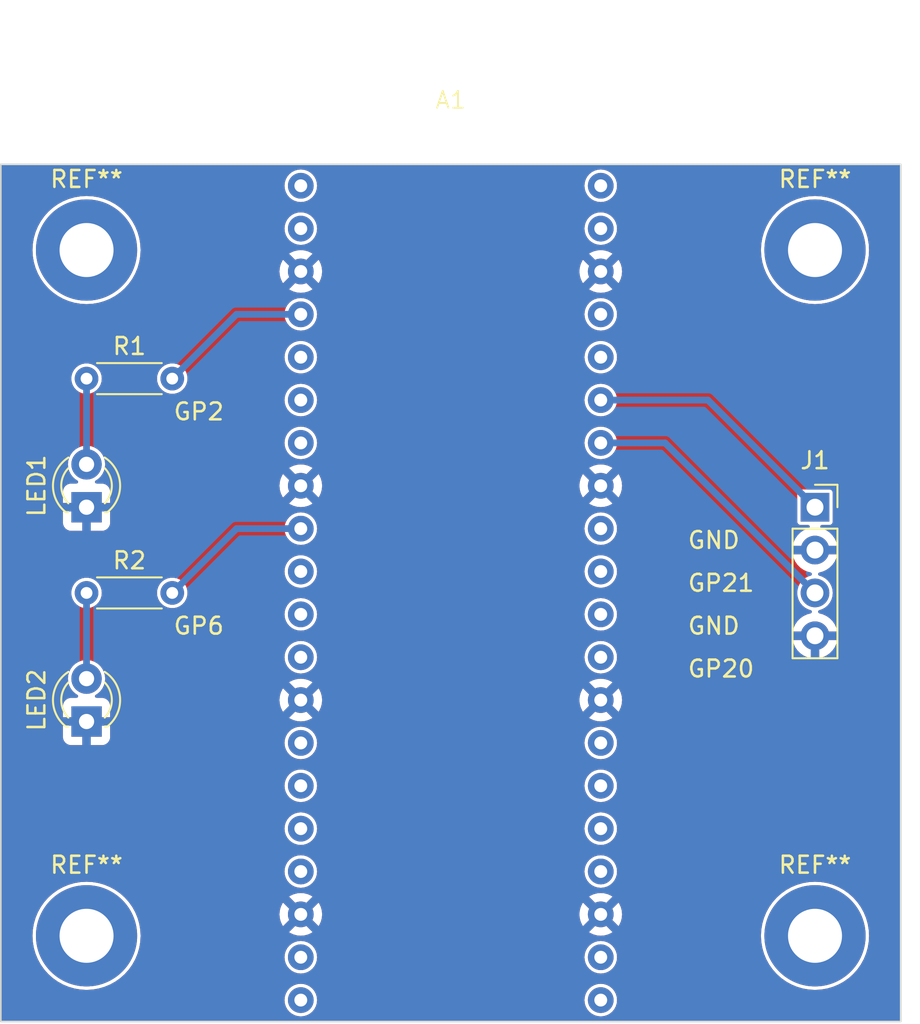
<source format=kicad_pcb>
(kicad_pcb (version 20221018) (generator pcbnew)
  (layers (0 "F.Cu" signal) (31 "B.Cu" signal) (34 "B.Paste" user) (35 "F.Paste" user) (36 "B.SilkS" user "B.Silkscreen") (37 "F.SilkS" user "F.Silkscreen") (38 "B.Mask" user) (39 "F.Mask" user) (44 "Edge.Cuts" user))
  (net 0 "")
  (net 3 "/LED1")
  (net 4 "/LED2")
  (net 21 "Net-(A1-I2C0_SDA|GP20)")
  (net 22 "Net-(A1-I2C0_SCL|GP21)")
  (net 33 "Net-(D1-A)")
  (net 34 "Net-(D2-A)")
  (net 35 "/GND")
  (footprint "twyleg-mechanical:MountingHole_3.2mm_M3" (layer "F.Cu") (at 104.14 96.52)
    (fp_text reference "REF**" (at 0 -4.2) (layer "F.SilkS"))
    (fp_text value "MP_MountingHole_3.2mm_M3" hide)
    (pad "" np_thru_hole circle (at 0 0) (size 6 6) (drill 3.2) (layers "F&B.Cu" "*.Mask"))
  )
  (footprint "LED_THT:LED_D3.0mm" (layer "F.Cu") (at 104.14 71.12 90)
    (fp_text reference "LED1" (at 1.27 -2.96 90) (layer "F.SilkS"))
    (fp_text value "LED")
    (fp_line (start -0.29 -1.236) (end -0.29 -1.08) (stroke (width 0.12)) (layer "F.SilkS"))
    (fp_line (start -0.29 1.08) (end -0.29 1.236) (stroke (width 0.12)) (layer "F.SilkS"))
    (fp_arc (start -0.29 -1.235516) (mid 1.366487 -1.987659) (end 2.942335 -1.078608) (stroke (width 0.12)) (layer "F.SilkS"))
    (fp_arc (start 0.229039 -1.08) (mid 1.270117 -1.5) (end 2.31113 -1.079837) (stroke (width 0.12)) (layer "F.SilkS"))
    (fp_arc (start 2.31113 1.079837) (mid 1.270117 1.5) (end 0.229039 1.08) (stroke (width 0.12)) (layer "F.SilkS"))
    (fp_arc (start 2.942335 1.078608) (mid 1.366487 1.987659) (end -0.29 1.235516) (stroke (width 0.12)) (layer "F.SilkS"))
    (pad "1" thru_hole rect (at 0 0 90) (size 1.8 1.8) (drill 0.9) (layers "*.Cu" "*.Mask") (net 35 "/GND"))
    (pad "2" thru_hole circle (at 2.54 0 90) (size 1.8 1.8) (drill 0.9) (layers "*.Cu" "*.Mask") (net 33 "Net-(D1-A)"))
  )
  (footprint "Resistor_THT:R_Axial_DIN0204_L3.6mm_D1.6mm_P5.08mm_Horizontal" (layer "F.Cu") (at 104.14 76.2)
    (fp_text reference "R2" (at 2.54 -1.92) (layer "F.SilkS"))
    (fp_text value "150")
    (fp_line (start 0.62 -0.92) (end 4.46 -0.92) (stroke (width 0.12)) (layer "F.SilkS"))
    (fp_line (start 0.62 0.92) (end 4.46 0.92) (stroke (width 0.12)) (layer "F.SilkS"))
    (pad "1" thru_hole circle (at 0 0) (size 1.4 1.4) (drill 0.7) (layers "*.Cu" "*.Mask") (net 34 "Net-(D2-A)"))
    (pad "2" thru_hole oval (at 5.08 0) (size 1.4 1.4) (drill 0.7) (layers "*.Cu" "*.Mask") (net 4 "/LED2"))
  )
  (footprint "twyleg-mechanical:MountingHole_3.2mm_M3" (layer "F.Cu") (at 147.32 96.52)
    (fp_text reference "REF**" (at 0 -4.2) (layer "F.SilkS"))
    (fp_text value "MP_MountingHole_3.2mm_M3" hide)
    (pad "" np_thru_hole circle (at 0 0) (size 6 6) (drill 3.2) (layers "F&B.Cu" "*.Mask"))
  )
  (footprint "twyleg-mechanical:MountingHole_3.2mm_M3" (layer "F.Cu") (at 104.14 55.88)
    (fp_text reference "REF**" (at 0 -4.2) (layer "F.SilkS"))
    (fp_text value "MP_MountingHole_3.2mm_M3" hide)
    (pad "" np_thru_hole circle (at 0 0) (size 6 6) (drill 3.2) (layers "F&B.Cu" "*.Mask"))
  )
  (footprint "twyleg-mechanical:MountingHole_3.2mm_M3" (layer "F.Cu") (at 147.32 55.88)
    (fp_text reference "REF**" (at 0 -4.2) (layer "F.SilkS"))
    (fp_text value "MP_MountingHole_3.2mm_M3" hide)
    (pad "" np_thru_hole circle (at 0 0) (size 6 6) (drill 3.2) (layers "F&B.Cu" "*.Mask"))
  )
  (footprint "twyleg-board-connectors:RaspberryPiPico-THT-Dev" (layer "F.Cu") (at 125.73 52.07)
    (fp_text reference "A1" (at 0 -5.08 unlocked) (layer "F.SilkS") (effects (font (thickness 0.1))))
    (fp_text value "RaspberryPi-Pico")
    (pad "1" thru_hole circle (at -8.89 0) (size 1.524 1.524) (drill 0.762) (layers "*.Cu" "*.Mask"))
    (pad "2" thru_hole circle (at -8.89 2.54) (size 1.524 1.524) (drill 0.762) (layers "*.Cu" "*.Mask"))
    (pad "3" thru_hole circle (at -8.89 5.08) (size 1.524 1.524) (drill 0.762) (layers "*.Cu" "*.Mask") (net 35 "/GND"))
    (pad "4" thru_hole circle (at -8.89 7.62) (size 1.524 1.524) (drill 0.762) (layers "*.Cu" "*.Mask") (net 3 "/LED1"))
    (pad "5" thru_hole circle (at -8.89 10.16) (size 1.524 1.524) (drill 0.762) (layers "*.Cu" "*.Mask"))
    (pad "6" thru_hole circle (at -8.89 12.7) (size 1.524 1.524) (drill 0.762) (layers "*.Cu" "*.Mask"))
    (pad "7" thru_hole circle (at -8.89 15.24) (size 1.524 1.524) (drill 0.762) (layers "*.Cu" "*.Mask"))
    (pad "8" thru_hole circle (at -8.89 17.78) (size 1.524 1.524) (drill 0.762) (layers "*.Cu" "*.Mask") (net 35 "/GND"))
    (pad "9" thru_hole circle (at -8.89 20.32) (size 1.524 1.524) (drill 0.762) (layers "*.Cu" "*.Mask") (net 4 "/LED2"))
    (pad "10" thru_hole circle (at -8.89 22.86) (size 1.524 1.524) (drill 0.762) (layers "*.Cu" "*.Mask"))
    (pad "11" thru_hole circle (at -8.89 25.4) (size 1.524 1.524) (drill 0.762) (layers "*.Cu" "*.Mask"))
    (pad "12" thru_hole circle (at -8.89 27.94) (size 1.524 1.524) (drill 0.762) (layers "*.Cu" "*.Mask"))
    (pad "13" thru_hole circle (at -8.89 30.48) (size 1.524 1.524) (drill 0.762) (layers "*.Cu" "*.Mask") (net 35 "/GND"))
    (pad "14" thru_hole circle (at -8.89 33.02) (size 1.524 1.524) (drill 0.762) (layers "*.Cu" "*.Mask"))
    (pad "15" thru_hole circle (at -8.89 35.56) (size 1.524 1.524) (drill 0.762) (layers "*.Cu" "*.Mask"))
    (pad "16" thru_hole circle (at -8.89 38.1) (size 1.524 1.524) (drill 0.762) (layers "*.Cu" "*.Mask"))
    (pad "17" thru_hole circle (at -8.89 40.64) (size 1.524 1.524) (drill 0.762) (layers "*.Cu" "*.Mask"))
    (pad "18" thru_hole circle (at -8.89 43.18) (size 1.524 1.524) (drill 0.762) (layers "*.Cu" "*.Mask") (net 35 "/GND"))
    (pad "19" thru_hole circle (at -8.89 45.72) (size 1.524 1.524) (drill 0.762) (layers "*.Cu" "*.Mask"))
    (pad "20" thru_hole circle (at -8.89 48.26) (size 1.524 1.524) (drill 0.762) (layers "*.Cu" "*.Mask"))
    (pad "21" thru_hole circle (at 8.89 0) (size 1.524 1.524) (drill 0.762) (layers "*.Cu" "*.Mask"))
    (pad "22" thru_hole circle (at 8.89 2.54) (size 1.524 1.524) (drill 0.762) (layers "*.Cu" "*.Mask"))
    (pad "23" thru_hole circle (at 8.89 5.08) (size 1.524 1.524) (drill 0.762) (layers "*.Cu" "*.Mask") (net 35 "/GND"))
    (pad "24" thru_hole circle (at 8.89 7.62) (size 1.524 1.524) (drill 0.762) (layers "*.Cu" "*.Mask"))
    (pad "25" thru_hole circle (at 8.89 10.16) (size 1.524 1.524) (drill 0.762) (layers "*.Cu" "*.Mask"))
    (pad "26" thru_hole circle (at 8.89 12.7) (size 1.524 1.524) (drill 0.762) (layers "*.Cu" "*.Mask") (net 21 "Net-(A1-I2C0_SDA|GP20)"))
    (pad "27" thru_hole circle (at 8.89 15.24) (size 1.524 1.524) (drill 0.762) (layers "*.Cu" "*.Mask") (net 22 "Net-(A1-I2C0_SCL|GP21)"))
    (pad "28" thru_hole circle (at 8.89 17.78) (size 1.524 1.524) (drill 0.762) (layers "*.Cu" "*.Mask") (net 35 "/GND"))
    (pad "29" thru_hole circle (at 8.89 20.32) (size 1.524 1.524) (drill 0.762) (layers "*.Cu" "*.Mask"))
    (pad "30" thru_hole circle (at 8.89 22.86) (size 1.524 1.524) (drill 0.762) (layers "*.Cu" "*.Mask"))
    (pad "31" thru_hole circle (at 8.89 25.4) (size 1.524 1.524) (drill 0.762) (layers "*.Cu" "*.Mask"))
    (pad "32" thru_hole circle (at 8.89 27.94) (size 1.524 1.524) (drill 0.762) (layers "*.Cu" "*.Mask"))
    (pad "33" thru_hole circle (at 8.89 30.48) (size 1.524 1.524) (drill 0.762) (layers "*.Cu" "*.Mask") (net 35 "/GND"))
    (pad "34" thru_hole circle (at 8.89 33.02) (size 1.524 1.524) (drill 0.762) (layers "*.Cu" "*.Mask"))
    (pad "35" thru_hole circle (at 8.89 35.56) (size 1.524 1.524) (drill 0.762) (layers "*.Cu" "*.Mask"))
    (pad "36" thru_hole circle (at 8.89 38.1) (size 1.524 1.524) (drill 0.762) (layers "*.Cu" "*.Mask"))
    (pad "37" thru_hole circle (at 8.89 40.64) (size 1.524 1.524) (drill 0.762) (layers "*.Cu" "*.Mask"))
    (pad "38" thru_hole circle (at 8.89 43.18) (size 1.524 1.524) (drill 0.762) (layers "*.Cu" "*.Mask") (net 35 "/GND"))
    (pad "39" thru_hole circle (at 8.89 45.72) (size 1.524 1.524) (drill 0.762) (layers "*.Cu" "*.Mask"))
    (pad "40" thru_hole circle (at 8.89 48.26) (size 1.524 1.524) (drill 0.762) (layers "*.Cu" "*.Mask"))
  )
  (footprint "Connector_PinSocket_2.54mm:PinSocket_1x04_P2.54mm_Vertical" (layer "F.Cu") (at 147.32 71.12)
    (fp_text reference "J1" (at 0 -2.77) (layer "F.SilkS"))
    (fp_text value "Conn_01x04_Pin")
    (fp_line (start -1.33 1.27) (end -1.33 8.95) (stroke (width 0.12)) (layer "F.SilkS"))
    (fp_line (start -1.33 1.27) (end 1.33 1.27) (stroke (width 0.12)) (layer "F.SilkS"))
    (fp_line (start -1.33 8.95) (end 1.33 8.95) (stroke (width 0.12)) (layer "F.SilkS"))
    (fp_line (start 0 -1.33) (end 1.33 -1.33) (stroke (width 0.12)) (layer "F.SilkS"))
    (fp_line (start 1.33 -1.33) (end 1.33 0) (stroke (width 0.12)) (layer "F.SilkS"))
    (fp_line (start 1.33 1.27) (end 1.33 8.95) (stroke (width 0.12)) (layer "F.SilkS"))
    (pad "1" thru_hole rect (at 0 0) (size 1.7 1.7) (drill 1) (layers "*.Cu" "*.Mask") (net 21 "Net-(A1-I2C0_SDA|GP20)"))
    (pad "2" thru_hole oval (at 0 2.54) (size 1.7 1.7) (drill 1) (layers "*.Cu" "*.Mask") (net 35 "/GND"))
    (pad "3" thru_hole oval (at 0 5.08) (size 1.7 1.7) (drill 1) (layers "*.Cu" "*.Mask") (net 22 "Net-(A1-I2C0_SCL|GP21)"))
    (pad "4" thru_hole oval (at 0 7.62) (size 1.7 1.7) (drill 1) (layers "*.Cu" "*.Mask") (net 35 "/GND"))
  )
  (footprint "LED_THT:LED_D3.0mm" (layer "F.Cu") (at 104.14 83.82 90)
    (fp_text reference "LED2" (at 1.27 -2.96 90) (layer "F.SilkS"))
    (fp_text value "LED")
    (fp_line (start -0.29 -1.236) (end -0.29 -1.08) (stroke (width 0.12)) (layer "F.SilkS"))
    (fp_line (start -0.29 1.08) (end -0.29 1.236) (stroke (width 0.12)) (layer "F.SilkS"))
    (fp_arc (start -0.29 -1.235516) (mid 1.366487 -1.987659) (end 2.942335 -1.078608) (stroke (width 0.12)) (layer "F.SilkS"))
    (fp_arc (start 0.229039 -1.08) (mid 1.270117 -1.5) (end 2.31113 -1.079837) (stroke (width 0.12)) (layer "F.SilkS"))
    (fp_arc (start 2.31113 1.079837) (mid 1.270117 1.5) (end 0.229039 1.08) (stroke (width 0.12)) (layer "F.SilkS"))
    (fp_arc (start 2.942335 1.078608) (mid 1.366487 1.987659) (end -0.29 1.235516) (stroke (width 0.12)) (layer "F.SilkS"))
    (pad "1" thru_hole rect (at 0 0 90) (size 1.8 1.8) (drill 0.9) (layers "*.Cu" "*.Mask") (net 35 "/GND"))
    (pad "2" thru_hole circle (at 2.54 0 90) (size 1.8 1.8) (drill 0.9) (layers "*.Cu" "*.Mask") (net 34 "Net-(D2-A)"))
  )
  (footprint "Resistor_THT:R_Axial_DIN0204_L3.6mm_D1.6mm_P5.08mm_Horizontal" (layer "F.Cu") (at 104.14 63.5)
    (fp_text reference "R1" (at 2.54 -1.92) (layer "F.SilkS"))
    (fp_text value "150")
    (fp_line (start 0.62 -0.92) (end 4.46 -0.92) (stroke (width 0.12)) (layer "F.SilkS"))
    (fp_line (start 0.62 0.92) (end 4.46 0.92) (stroke (width 0.12)) (layer "F.SilkS"))
    (pad "1" thru_hole circle (at 0 0) (size 1.4 1.4) (drill 0.7) (layers "*.Cu" "*.Mask") (net 33 "Net-(D1-A)"))
    (pad "2" thru_hole oval (at 5.08 0) (size 1.4 1.4) (drill 0.7) (layers "*.Cu" "*.Mask") (net 3 "/LED1"))
  )
  (gr_rect (start 99.06 50.8) (end 152.4 101.6) (stroke (width 0.1)) (fill none) (layer "Edge.Cuts"))
  (gr_text "GP6" (at 109.22 78.74) (layer "F.SilkS") (effects (font (size 1 1)) (justify left bottom)))
  (gr_text "GND" (at 139.7 78.74) (layer "F.SilkS") (effects (font (size 1 1)) (justify left bottom)))
  (gr_text "GP21" (at 139.7 76.2) (layer "F.SilkS") (effects (font (size 1 1)) (justify left bottom)))
  (gr_text "GND" (at 139.7 73.66) (layer "F.SilkS") (effects (font (size 1 1)) (justify left bottom)))
  (gr_text "GP2" (at 109.22 66.04) (layer "F.SilkS") (effects (font (size 1 1)) (justify left bottom)))
  (gr_text "GP20" (at 139.7 81.28) (layer "F.SilkS") (effects (font (size 1 1)) (justify left bottom)))
  (segment (start 116.84 59.69) (end 113.03 59.69) (width 0.4) (layer "B.Cu") (net 3))
  (segment (start 113.03 59.69) (end 109.22 63.5) (width 0.4) (layer "B.Cu") (net 3))
  (segment (start 116.84 72.39) (end 113.03 72.39) (width 0.4) (layer "B.Cu") (net 4))
  (segment (start 113.03 72.39) (end 109.22 76.2) (width 0.4) (layer "B.Cu") (net 4))
  (segment (start 134.62 64.77) (end 140.97 64.77) (width 0.4) (layer "B.Cu") (net 21))
  (segment (start 140.97 64.77) (end 147.32 71.12) (width 0.4) (layer "B.Cu") (net 21))
  (segment (start 138.43 67.31) (end 147.32 76.2) (width 0.4) (layer "B.Cu") (net 22))
  (segment (start 134.62 67.31) (end 138.43 67.31) (width 0.4) (layer "B.Cu") (net 22))
  (segment (start 104.14 63.5) (end 104.14 68.58) (width 0.4) (layer "B.Cu") (net 33))
  (segment (start 104.14 76.2) (end 104.14 81.28) (width 0.4) (layer "B.Cu") (net 34))
  (zone (net 35) (net_name "/GND") (layers "F&B.Cu") (name "GND") (connect_pads (clearance 0.2)) (min_thickness 0.2) (fill yes (thermal_gap 0.5) (thermal_bridge_width 0.5) (island_removal_mode 1) (island_area_min 10))
    (polygon (pts (xy 99.06 50.8) (xy 152.4 50.8) (xy 152.4 101.6) (xy 99.06 101.6)))
  )
)
</source>
